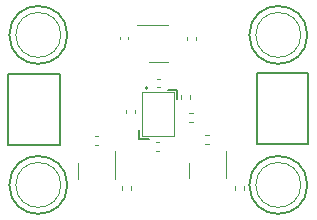
<source format=gbr>
%TF.GenerationSoftware,KiCad,Pcbnew,8.0.6-8.0.6-0~ubuntu22.04.1*%
%TF.CreationDate,2025-01-20T13:57:26-08:00*%
%TF.ProjectId,uv_abc_sensor,75765f61-6263-45f7-9365-6e736f722e6b,rev?*%
%TF.SameCoordinates,Original*%
%TF.FileFunction,Legend,Top*%
%TF.FilePolarity,Positive*%
%FSLAX46Y46*%
G04 Gerber Fmt 4.6, Leading zero omitted, Abs format (unit mm)*
G04 Created by KiCad (PCBNEW 8.0.6-8.0.6-0~ubuntu22.04.1) date 2025-01-20 13:57:26*
%MOMM*%
%LPD*%
G01*
G04 APERTURE LIST*
%ADD10C,0.150000*%
%ADD11C,0.100000*%
%ADD12C,0.202069*%
%ADD13C,0.120000*%
%ADD14C,0.050000*%
G04 APERTURE END LIST*
D10*
%TO.C,U1*%
X61900000Y-61360800D02*
X61900000Y-62160800D01*
X61900000Y-62160800D02*
X62700000Y-62160800D01*
X64300000Y-57960800D02*
X65100000Y-57960800D01*
X65100000Y-57960800D02*
X65100000Y-58760800D01*
D11*
X62150000Y-58185800D02*
X64850000Y-58185800D01*
X64850000Y-61935800D01*
X62150000Y-61935800D01*
X62150000Y-58185800D01*
D12*
X62601034Y-57835800D02*
G75*
G02*
X62398966Y-57835800I-101034J0D01*
G01*
X62398966Y-57835800D02*
G75*
G02*
X62601034Y-57835800I101034J0D01*
G01*
D13*
%TO.C,R2*%
X60453000Y-66475041D02*
X60453000Y-66167759D01*
X61213000Y-66475041D02*
X61213000Y-66167759D01*
D10*
%TO.C,J2*%
X71866000Y-56580000D02*
X76216000Y-56580000D01*
X76216000Y-59580000D02*
X76216000Y-56580000D01*
X76216000Y-62580000D02*
X76216000Y-59580000D01*
X76216000Y-62580000D02*
X71866000Y-62580000D01*
X71866000Y-62580000D02*
X71866000Y-56580000D01*
D13*
%TO.C,C4*%
X66679400Y-53511564D02*
X66679400Y-53727236D01*
X65959400Y-53511564D02*
X65959400Y-53727236D01*
D14*
%TO.C,M3*%
X75560000Y-66040000D02*
G75*
G02*
X71760000Y-66040000I-1900000J0D01*
G01*
X71760000Y-66040000D02*
G75*
G02*
X75560000Y-66040000I1900000J0D01*
G01*
D10*
X76110000Y-66040000D02*
G75*
G02*
X71210000Y-66040000I-2450000J0D01*
G01*
X71210000Y-66040000D02*
G75*
G02*
X76110000Y-66040000I2450000J0D01*
G01*
D13*
%TO.C,R4*%
X58419241Y-62635400D02*
X58111959Y-62635400D01*
X58419241Y-61875400D02*
X58111959Y-61875400D01*
%TO.C,R7*%
X60795000Y-59968641D02*
X60795000Y-59661359D01*
X61555000Y-59968641D02*
X61555000Y-59661359D01*
D10*
%TO.C,J1*%
X55162000Y-62690000D02*
X50812000Y-62690000D01*
X50812000Y-59690000D02*
X50812000Y-62690000D01*
X50812000Y-56690000D02*
X50812000Y-59690000D01*
X50812000Y-56690000D02*
X55162000Y-56690000D01*
X55162000Y-56690000D02*
X55162000Y-62690000D01*
D13*
%TO.C,C3*%
X60939000Y-53486164D02*
X60939000Y-53701836D01*
X60219000Y-53486164D02*
X60219000Y-53701836D01*
%TO.C,R1*%
X66155000Y-58461359D02*
X66155000Y-58768641D01*
X65395000Y-58461359D02*
X65395000Y-58768641D01*
D14*
%TO.C,M2*%
X75560000Y-53340000D02*
G75*
G02*
X71760000Y-53340000I-1900000J0D01*
G01*
X71760000Y-53340000D02*
G75*
G02*
X75560000Y-53340000I1900000J0D01*
G01*
D10*
X76110000Y-53340000D02*
G75*
G02*
X71210000Y-53340000I-2450000J0D01*
G01*
X71210000Y-53340000D02*
G75*
G02*
X76110000Y-53340000I2450000J0D01*
G01*
D13*
%TO.C,R3*%
X70028800Y-66449641D02*
X70028800Y-66142359D01*
X70788800Y-66449641D02*
X70788800Y-66142359D01*
%TO.C,U2*%
X63500000Y-52526000D02*
X61700000Y-52526000D01*
X63500000Y-52526000D02*
X64300000Y-52526000D01*
X63500000Y-55646000D02*
X62700000Y-55646000D01*
X63500000Y-55646000D02*
X64300000Y-55646000D01*
%TO.C,C2*%
X63552836Y-63135000D02*
X63337164Y-63135000D01*
X63552836Y-62415000D02*
X63337164Y-62415000D01*
D14*
%TO.C,M1*%
X55240000Y-53340000D02*
G75*
G02*
X51440000Y-53340000I-1900000J0D01*
G01*
X51440000Y-53340000D02*
G75*
G02*
X55240000Y-53340000I1900000J0D01*
G01*
D10*
X55790000Y-53340000D02*
G75*
G02*
X50890000Y-53340000I-2450000J0D01*
G01*
X50890000Y-53340000D02*
G75*
G02*
X55790000Y-53340000I2450000J0D01*
G01*
D14*
%TO.C,M4*%
X55240000Y-66040000D02*
G75*
G02*
X51440000Y-66040000I-1900000J0D01*
G01*
X51440000Y-66040000D02*
G75*
G02*
X55240000Y-66040000I1900000J0D01*
G01*
D10*
X55790000Y-66040000D02*
G75*
G02*
X50890000Y-66040000I-2450000J0D01*
G01*
X50890000Y-66040000D02*
G75*
G02*
X55790000Y-66040000I2450000J0D01*
G01*
D13*
%TO.C,R6*%
X66106359Y-59920000D02*
X66413641Y-59920000D01*
X66106359Y-60680000D02*
X66413641Y-60680000D01*
%TO.C,Q1*%
X69200200Y-64827100D02*
X69200200Y-63152100D01*
X69200200Y-64827100D02*
X69200200Y-65477100D01*
X66080200Y-64827100D02*
X66080200Y-64177100D01*
X66080200Y-64827100D02*
X66080200Y-65477100D01*
%TO.C,Q2*%
X59823600Y-64873900D02*
X59823600Y-63198900D01*
X59823600Y-64873900D02*
X59823600Y-65523900D01*
X56703600Y-64873900D02*
X56703600Y-64223900D01*
X56703600Y-64873900D02*
X56703600Y-65523900D01*
%TO.C,C1*%
X63607836Y-57760000D02*
X63392164Y-57760000D01*
X63607836Y-57040000D02*
X63392164Y-57040000D01*
%TO.C,R5*%
X67795841Y-62588600D02*
X67488559Y-62588600D01*
X67795841Y-61828600D02*
X67488559Y-61828600D01*
%TD*%
M02*

</source>
